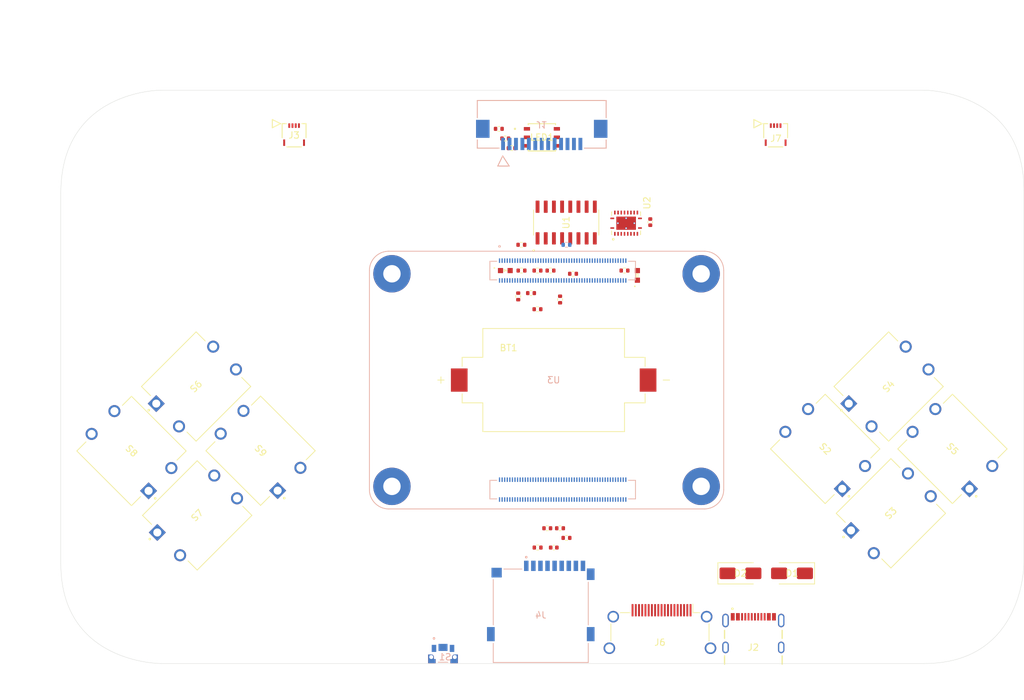
<source format=kicad_pcb>
(kicad_pcb (version 20241229) (generator "pcbnew") (generator_version "9.0")
  (layers (0 "F.Cu" signal) (2 "B.Cu" signal) (13 "F.Paste" user) (15 "B.Paste" user) (5 "F.SilkS" user "F.Silkscreen") (7 "B.SilkS" user "B.Silkscreen") (1 "F.Mask" user) (3 "B.Mask" user) (25 "Edge.Cuts" user))
  (net 0 "")
  (net 3 "USB_DN")
  (net 4 "VBUS")
  (net 5 "USB_CC1")
  (net 6 "USB_DP")
  (net 7 "USB_CC2")
  (net 8 "SD_CS")
  (net 9 "+3V3")
  (net 10 "SD_MOSI")
  (net 11 "SD_SCK")
  (net 12 "SD_MISO")
  (net 15 "SD_CD")
  (net 16 "ADC_CLK")
  (net 21 "DSI1_CN")
  (net 25 "GPAD_CS")
  (net 33 "ADC_3V3_CLK")
  (net 40 "DSI1_DN0")
  (net 43 "DSI1_DN1")
  (net 50 "SDA0")
  (net 57 "ADC_MISO")
  (net 66 "GPAD_MOSI")
  (net 68 "ADC_3V3_MOSI")
  (net 72 "GPAD_MISO")
  (net 75 "ADC_3V3_MISO")
  (net 80 "DSI1_DP1")
  (net 83 "ADC_MOSI")
  (net 86 "Net-(U3A-PWR_BUTTON)")
  (net 89 "Net-(LED1-Pad2)")
  (net 92 "LED_G")
  (net 96 "LED_R")
  (net 100 "Net-(LED1-Pad1)")
  (net 102 "LED_B")
  (net 108 "Net-(LED1-Pad3)")
  (net 113 "DSI1_CP")
  (net 114 "Net-(D4-PadA)")
  (net 115 "Net-(U3A-LED_~{ACTIVITY})")
  (net 117 "Net-(U3A-LED_~{PWR})")
  (net 118 "Net-(D3-PadA)")
  (net 119 "Net-(U3A-EEPROM_~{WP})")
  (net 124 "CPAD2_Y")
  (net 126 "CPAD2_X")
  (net 131 "GPAD_SCK")
  (net 134 "SCL0")
  (net 137 "CPAD1_Y")
  (net 138 "DSI1_DP0")
  (net 147 "CPAD1_X")
  (net 149 "ADC_CS")
  (net 150 "HDMI_D1P")
  (net 151 "HDMI_CKN")
  (net 152 "HDMI_D1N")
  (net 154 "HDMI_CEC")
  (net 155 "HDMI_D0N")
  (net 156 "HDMI_D2N")
  (net 157 "HDMI_D0P")
  (net 158 "HDMI_SCL")
  (net 159 "HDMI_HPD")
  (net 163 "HDMI_D2P")
  (net 165 "HDMI_SDA")
  (net 166 "HDMI_CKP")
  (net 167 "CM5_1.8V(OUTPUT)")
  (net 168 "BUTTON_A")
  (net 169 "BUTTON_X")
  (net 170 "+BATT")
  (net 171 "BUTTON_Y")
  (net 172 "BUTTON_B")
  (net 176 "GND")
  (net 177 "BUTTON_RGT")
  (net 178 "BUTTON_LFT")
  (net 179 "BUTTON_DWN")
  (net 180 "BUTTON_UP")
  (footprint "Resistor_SMD:R_0402_1005Metric" (layer "F.Cu") (at 151 90.99 -90)
    (property "Reference" "R11" (hide yes))
    (property "Value" "10kΩ" (hide yes))
    (pad "1" smd roundrect (at -0.51 0 270) (size 0.54 0.64) (layers "F.Cu" "F.Mask" "F.Paste") (net 171 "BUTTON_Y"))
    (pad "2" smd roundrect (at 0.51 0 270) (size 0.54 0.64) (layers "F.Cu" "F.Mask" "F.Paste") (net 9 "+3V3"))
  )
  (footprint "Resistor_SMD:R_0402_1005Metric" (layer "F.Cu") (at 144.99 82.5 180)
    (property "Reference" "R15" (hide yes))
    (property "Value" "10kΩ" (hide yes))
    (pad "1" smd roundrect (at -0.51 0 180) (size 0.54 0.64) (layers "F.Cu" "F.Mask" "F.Paste") (net 180 "BUTTON_UP"))
    (pad "2" smd roundrect (at 0.51 0 180) (size 0.54 0.64) (layers "F.Cu" "F.Mask" "F.Paste") (net 9 "+3V3"))
  )
  (footprint "Resistor_SMD:R_0402_1005Metric" (layer "F.Cu") (at 147.49 86.5)
    (property "Reference" "R13" (hide yes))
    (property "Value" "10kΩ" (hide yes))
    (pad "1" smd roundrect (at -0.51 0) (size 0.54 0.64) (layers "F.Cu" "F.Mask" "F.Paste") (net 168 "BUTTON_A"))
    (pad "2" smd roundrect (at 0.51 0) (size 0.54 0.64) (layers "F.Cu" "F.Mask" "F.Paste") (net 9 "+3V3"))
  )
  (footprint "Resistor_SMD:R_0402_1005Metric" (layer "F.Cu") (at 142.49 66)
    (property "Reference" "R6" (hide yes))
    (property "Value" "1kΩ" (hide yes))
    (pad "1" smd roundrect (at -0.51 0) (size 0.54 0.64) (layers "F.Cu" "F.Mask" "F.Paste") (net 92 "LED_G"))
    (pad "2" smd roundrect (at 0.51 0) (size 0.54 0.64) (layers "F.Cu" "F.Mask" "F.Paste") (net 89 "Net-(LED1-Pad2)"))
  )
  (footprint "B3F_4050:SW_B3F-4050" (layer "F.Cu") (at 84.469669 114.505203 135)
    (property "Reference" "S8" (at 0 0 135) (layer "F.SilkS"))
    (property "Value" "B3F-4050" (hide yes))
    (pad "" np_thru_hole circle (at 0 -4.500001 135) (size 1.85 1.85) (drill 1.85) (layers "*.Cu" "*.Mask"))
    (pad "" np_thru_hole circle (at 0 4.500001 135) (size 1.85 1.85) (drill 1.85) (layers "*.Cu" "*.Mask"))
    (pad "1" thru_hole rect (at -6.249999 -2.5 135) (size 1.875 1.875) (drill 1.25) (layers "*.Cu" "*.Mask") (net 178 "BUTTON_LFT"))
    (pad "2" thru_hole circle (at 6.249999 -2.5 135) (size 1.875 1.875) (drill 1.25) (layers "*.Cu" "*.Mask") (net 178 "BUTTON_LFT"))
    (pad "3" thru_hole circle (at -6.249999 2.5 135) (size 1.875 1.875) (drill 1.25) (layers "*.Cu" "*.Mask") (net 176 "GND"))
    (pad "4" thru_hole circle (at 6.249999 2.5 135) (size 1.875 1.875) (drill 1.25) (layers "*.Cu" "*.Mask") (net 176 "GND"))
  )
  (footprint "Resistor_SMD:R_0402_1005Metric" (layer "F.Cu") (at 151.99 128)
    (property "Reference" "R4" (hide yes))
    (property "Value" "10kΩ" (hide yes))
    (pad "1" smd roundrect (at -0.51 0) (size 0.54 0.64) (layers "F.Cu" "F.Mask" "F.Paste") (net 9 "+3V3"))
    (pad "2" smd roundrect (at 0.51 0) (size 0.54 0.64) (layers "F.Cu" "F.Mask" "F.Paste") (net 12 "SD_MISO"))
  )
  (footprint "Connector_Video:HDMI_A_Amphenol_10029449-x01xLF_Horizontal" (layer "F.Cu") (at 166.5 144.225)
    (property "Reference" "J6" (at 0 0 0) (layer "F.SilkS"))
    (property "Value" "HDMI_A" (hide yes))
    (pad "1" smd rect (at 4.75 -5) (size 0.3 1.9) (layers "F.Cu" "F.Mask" "F.Paste") (net 163 "HDMI_D2P"))
    (pad "2" smd rect (at 4.25 -5) (size 0.3 1.9) (layers "F.Cu" "F.Mask" "F.Paste"))
    (pad "3" smd rect (at 3.75 -5) (size 0.3 1.9) (layers "F.Cu" "F.Mask" "F.Paste") (net 156 "HDMI_D2N"))
    (pad "4" smd rect (at 3.25 -5) (size 0.3 1.9) (layers "F.Cu" "F.Mask" "F.Paste") (net 150 "HDMI_D1P"))
    (pad "5" smd rect (at 2.75 -5) (size 0.3 1.9) (layers "F.Cu" "F.Mask" "F.Paste"))
    (pad "6" smd rect (at 2.25 -5) (size 0.3 1.9) (layers "F.Cu" "F.Mask" "F.Paste") (net 152 "HDMI_D1N"))
    (pad "7" smd rect (at 1.75 -5) (size 0.3 1.9) (layers "F.Cu" "F.Mask" "F.Paste") (net 157 "HDMI_D0P"))
    (pad "8" smd rect (at 1.25 -5) (size 0.3 1.9) (layers "F.Cu" "F.Mask" "F.Paste"))
    (pad "9" smd rect (at 0.75 -5) (size 0.3 1.9) (layers "F.Cu" "F.Mask" "F.Paste") (net 155 "HDMI_D0N"))
    (pad "10" smd rect (at 0.25 -5) (size 0.3 1.9) (layers "F.Cu" "F.Mask" "F.Paste") (net 166 "HDMI_CKP"))
    (pad "11" smd rect (at -0.25 -5) (size 0.3 1.9) (layers "F.Cu" "F.Mask" "F.Paste"))
    (pad "12" smd rect (at -0.75 -5) (size 0.3 1.9) (layers "F.Cu" "F.Mask" "F.Paste") (net 151 "HDMI_CKN"))
    (pad "13" smd rect (at -1.25 -5) (size 0.3 1.9) (layers "F.Cu" "F.Mask" "F.Paste") (net 154 "HDMI_CEC"))
    (pad "14" smd rect (at -1.75 -5) (size 0.3 1.9) (layers "F.Cu" "F.Mask" "F.Paste"))
    (pad "15" smd rect (at -2.25 -5) (size 0.3 1.9) (layers "F.Cu" "F.Mask" "F.Paste") (net 158 "HDMI_SCL"))
    (pad "16" smd rect (at -2.75 -5) (size 0.3 1.9) (layers "F.Cu" "F.Mask" "F.Paste") (net 165 "HDMI_SDA"))
    (pad "17" smd rect (at -3.25 -5) (size 0.3 1.9) (layers "F.Cu" "F.Mask" "F.Paste") (net 176 "GND"))
    (pad "18" smd rect (at -3.75 -5) (size 0.3 1.9) (layers "F.Cu" "F.Mask" "F.Paste") (net 4 "VBUS"))
    (pad "19" smd rect (at -4.25 -5) (size 0.3 1.9) (layers "F.Cu" "F.Mask" "F.Paste") (net 159 "HDMI_HPD"))
    (pad "SH" thru_hole circle (at -7.85 0.9) (size 1.8 1.8) (drill 1.3) (layers "*.Cu" "*.Mask") (net 176 "GND"))
    (pad "SH" thru_hole circle (at -7.25 -4) (size 1.8 1.8) (drill 1.3) (layers "*.Cu" "*.Mask") (net 176 "GND"))
    (pad "SH" thru_hole circle (at 7.25 -4) (size 1.8 1.8) (drill 1.3) (layers "*.Cu" "*.Mask") (net 176 "GND"))
    (pad "SH" thru_hole circle (at 7.85 0.9) (size 1.8 1.8) (drill 1.3) (layers "*.Cu" "*.Mask") (net 176 "GND"))
  )
  (footprint "TXS0108ERGYR:IC_TXS0108ERGYR" (layer "F.Cu") (at 161.25 79.15 90)
    (property "Reference" "U2" (at 3.15 3.25 90) (layer "F.SilkS"))
    (property "Value" "TXS0108ERGYR" (hide yes))
    (pad "1" smd roundrect (at -0.75 -2.15 90) (size 0.24 0.6) (layers "F.Cu" "F.Mask" "F.Paste") (roundrect_rratio 0.2) (net 33 "ADC_3V3_CLK"))
    (pad "2" smd roundrect (at -1.65 -1.75 90) (size 0.6 0.24) (layers "F.Cu" "F.Mask" "F.Paste") (roundrect_rratio 0.2) (net 9 "+3V3"))
    (pad "3" smd roundrect (at -1.65 -1.25 90) (size 0.6 0.24) (layers "F.Cu" "F.Mask" "F.Paste") (roundrect_rratio 0.2) (net 68 "ADC_3V3_MOSI"))
    (pad "4" smd roundrect (at -1.65 -0.75 90) (size 0.6 0.24) (layers "F.Cu" "F.Mask" "F.Paste") (roundrect_rratio 0.2) (net 75 "ADC_3V3_MISO"))
    (pad "5" smd roundrect (at -1.65 -0.25 90) (size 0.6 0.24) (layers "F.Cu" "F.Mask" "F.Paste") (roundrect_rratio 0.2))
    (pad "6" smd roundrect (at -1.65 0.25 90) (size 0.6 0.24) (layers "F.Cu" "F.Mask" "F.Paste") (roundrect_rratio 0.2))
    (pad "7" smd roundrect (at -1.65 0.75 90) (size 0.6 0.24) (layers "F.Cu" "F.Mask" "F.Paste") (roundrect_rratio 0.2))
    (pad "8" smd roundrect (at -1.65 1.25 90) (size 0.6 0.24) (layers "F.Cu" "F.Mask" "F.Paste") (roundrect_rratio 0.2))
    (pad "9" smd roundrect (at -1.65 1.75 90) (size 0.6 0.24) (layers "F.Cu" "F.Mask" "F.Paste") (roundrect_rratio 0.2))
    (pad "10" smd roundrect (at -0.75 2.15 90) (size 0.24 0.6) (layers "F.Cu" "F.Mask" "F.Paste") (roundrect_rratio 0.2) (net 9 "+3V3"))
    (pad "11" smd roundrect (at 0.75 2.15 90) (size 0.24 0.6) (layers "F.Cu" "F.Mask" "F.Paste") (roundrect_rratio 0.2) (net 176 "GND"))
    (pad "12" smd roundrect (at 1.65 1.75 90) (size 0.6 0.24) (layers "F.Cu" "F.Mask" "F.Paste") (roundrect_rratio 0.2))
    (pad "13" smd roundrect (at 1.65 1.25 90) (size 0.6 0.24) (layers "F.Cu" "F.Mask" "F.Paste") (roundrect_rratio 0.2))
    (pad "14" smd roundrect (at 1.65 0.75 90) (size 0.6 0.24) (layers "F.Cu" "F.Mask" "F.Paste") (roundrect_rratio 0.2))
    (pad "15" smd roundrect (at 1.65 0.25 90) (size 0.6 0.24) (layers "F.Cu" "F.Mask" "F.Paste") (roundrect_rratio 0.2))
    (pad "16" smd roundrect (at 1.65 -0.25 90) (size 0.6 0.24) (layers "F.Cu" "F.Mask" "F.Paste") (roundrect_rratio 0.2))
    (pad "17" smd roundrect (at 1.65 -0.75 90) (size 0.6 0.24) (layers "F.Cu" "F.Mask" "F.Paste") (roundrect_rratio 0.2) (net 57 "ADC_MISO"))
    (pad "18" smd roundrect (at 1.65 -1.25 90) (size 0.6 0.24) (layers "F.Cu" "F.Mask" "F.Paste") (roundrect_rratio 0.2) (net 83 "ADC_MOSI"))
    (pad "19" smd roundrect (at 1.65 -1.75 90) (size 0.6 0.24) (layers "F.Cu" "F.Mask" "F.Paste") (roundrect_rratio 0.2) (net 4 "VBUS"))
    (pad "20" smd roundrect (at 0.75 -2.15 90) (size 0.24 0.6) (layers "F.Cu" "F.Mask" "F.Paste") (roundrect_rratio 0.2) (net 16 "ADC_CLK"))
    (pad "21" smd rect (at 0 0 90) (size 2.05 3.05) (layers "F.Cu" "F.Mask") (net 176 "GND"))
    (pad "22" thru_hole circle (at 0 -1.275 90) (size 0.3 0.3) (drill 0.2) (layers "*.Cu"))
    (pad "23" thru_hole circle (at -0.775 0 90) (size 0.3 0.3) (drill 0.2) (layers "*.Cu"))
    (pad "24" thru_hole circle (at 0.775 0 90) (size 0.3 0.3) (drill 0.2) (layers "*.Cu"))
    (pad "25" thru_hole circle (at 0 1.275 90) (size 0.3 0.3) (drill 0.2) (layers "*.Cu"))
  )
  (footprint "Capacitor_SMD:C_0402_1005Metric" (layer "F.Cu") (at 150.02 129.5)
    (property "Reference" "C1" (hide yes))
    (property "Value" "100nF" (hide yes))
    (pad "1" smd roundrect (at -0.48 0) (size 0.56 0.62) (layers "F.Cu" "F.Mask" "F.Paste") (net 9 "+3V3"))
    (pad "2" smd roundrect (at 0.48 0) (size 0.56 0.62) (layers "F.Cu" "F.Mask" "F.Paste") (net 176 "GND"))
  )
  (footprint "USB4105GFA120:GCT_USB4105GFA120" (layer "F.Cu") (at 181 145)
    (property "Reference" "J2" (at 0 0 0) (layer "F.SilkS"))
    (property "Value" "USB4105GFA120" (hide yes))
    (pad "" np_thru_hole circle (at -2.89 -3.68) (size 0.65 0.65) (drill 0.65) (layers "*.Cu" "*.Mask"))
    (pad "" np_thru_hole circle (at 2.89 -3.68) (size 0.65 0.65) (drill 0.65) (layers "*.Cu" "*.Mask"))
    (pad "A1_B12" smd rect (at -3.2 -4.755) (size 0.6 1.15) (layers "F.Cu" "F.Mask" "F.Paste") (net 176 "GND"))
    (pad "A4_B9" smd rect (at -2.4 -4.755) (size 0.6 1.15) (layers "F.Cu" "F.Mask" "F.Paste") (net 4 "VBUS"))
    (pad "A5" smd rect (at -1.25 -4.755) (size 0.3 1.15) (layers "F.Cu" "F.Mask" "F.Paste") (net 5 "USB_CC1"))
    (pad "A6" smd rect (at -0.25 -4.755) (size 0.3 1.15) (layers "F.Cu" "F.Mask" "F.Paste") (net 6 "USB_DP"))
    (pad "A7" smd rect (at 0.25 -4.755) (size 0.3 1.15) (layers "F.Cu" "F.Mask" "F.Paste") (net 3 "USB_DN"))
    (pad "A8" smd rect (at 1.25 -4.755) (size 0.3 1.15) (layers "F.Cu" "F.Mask" "F.Paste"))
    (pad "B1_A12" smd rect (at 3.2 -4.755) (size 0.6 1.15) (layers "F.Cu" "F.Mask" "F.Paste") (net 176 "GND"))
    (pad "B4_A9" smd rect (at 2.4 -4.755) (size 0.6 1.15) (layers "F.Cu" "F.Mask" "F.Paste") (net 4 "VBUS"))
    (pad "B5" smd rect (at 1.75 -4.755) (size 0.3 1.15) (layers "F.Cu" "F.Mask" "F.Paste") (net 7 "USB_CC2"))
    (pad "B6" smd rect (at 0.75 -4.755) (size 0.3 1.15) (layers "F.Cu" "F.Mask" "F.Paste") (net 6 "USB_DP"))
    (pad "B7" smd rect (at -0.75 -4.755) (size 0.3 1.15) (layers "F.Cu" "F.Mask" "F.Paste") (net 3 "USB_DN"))
    (pad "B8" smd rect (at -1.75 -4.755) (size 0.3 1.15) (layers "F.Cu" "F.Mask" "F.Paste"))
    (pad "SH1" thru_hole oval (at -4.32 -4.18) (size 1 2.1) (drill oval 0.6 1.7) (layers "*.Cu" "*.Mask") (net 176 "GND"))
    (pad "SH2" thru_hole oval (at 4.32 -4.18) (size 1 2.1) (drill oval 0.6 1.7) (layers "*.Cu" "*.Mask") (net 176 "GND"))
    (pad "SH3" thru_hole oval (at -4.32 0) (size 1 1.8) (drill oval 0.6 1.4) (layers "*.Cu" "*.Mask") (net 176 "GND"))
    (pad "SH4" thru_hole oval (at 4.32 0) (size 1 1.8) (drill oval 0.6 1.4) (layers "*.Cu" "*.Mask") (net 176 "GND"))
  )
  (footprint "B3F_4050:SW_B3F-4050" (layer "F.Cu") (at 94.5 104.5 45)
    (property "Reference" "S6" (at 0 0 45) (layer "F.SilkS"))
    (property "Value" "B3F-4050" (hide yes))
    (pad "" np_thru_hole circle (at 0 -4.500001 45) (size 1.85 1.85) (drill 1.85) (layers "*.Cu" "*.Mask"))
    (pad "" np_thru_hole circle (at 0 4.500001 45) (size 1.85 1.85) (drill 1.85) (layers "*.Cu" "*.Mask"))
    (pad "1" thru_hole rect (at -6.249999 -2.5 45) (size 1.875 1.875) (drill 1.25) (layers "*.Cu" "*.Mask") (net 180 "BUTTON_UP"))
    (pad "2" thru_hole circle (at 6.249999 -2.5 45) (size 1.875 1.875) (drill 1.25) (layers "*.Cu" "*.Mask") (net 180 "BUTTON_UP"))
    (pad "3" thru_hole circle (at -6.249999 2.5 45) (size 1.875 1.875) (drill 1.25) (layers "*.Cu" "*.Mask") (net 176 "GND"))
    (pad "4" thru_hole circle (at 6.249999 2.5 45) (size 1.875 1.875) (drill 1.25) (layers "*.Cu" "*.Mask") (net 176 "GND"))
  )
  (footprint "Resistor_SMD:R_0402_1005Metric" (layer "F.Cu") (at 145.01 86.5 180)
    (property "Reference" "R8" (hide yes))
    (property "Value" "1kΩ" (hide yes))
    (pad "1" smd roundrect (at -0.51 0 180) (size 0.54 0.64) (layers "F.Cu" "F.Mask" "F.Paste") (net 115 "Net-(U3A-LED_~{ACTIVITY})"))
    (pad "2" smd roundrect (at 0.51 0 180) (size 0.54 0.64) (layers "F.Cu" "F.Mask" "F.Paste") (net 114 "Net-(D4-PadA)"))
  )
  (footprint "Resistor_SMD:R_0402_1005Metric" (layer "F.Cu") (at 149.51 86.5 180)
    (property "Reference" "R14" (hide yes))
    (property "Value" "10kΩ" (hide yes))
    (pad "1" smd roundrect (at -0.51 0 180) (size 0.54 0.64) (layers "F.Cu" "F.Mask" "F.Paste") (net 172 "BUTTON_B"))
    (pad "2" smd roundrect (at 0.51 0 180) (size 0.54 0.64) (layers "F.Cu" "F.Mask" "F.Paste") (net 9 "+3V3"))
  )
  (footprint "Resistor_SMD:R_0402_1005Metric" (layer "F.Cu") (at 144.5 90.51 -90)
    (property "Reference" "R10" (hide yes))
    (property "Value" "0Ω" (hide yes))
    (pad "1" smd roundrect (at -0.51 0 270) (size 0.54 0.64) (layers "F.Cu" "F.Mask" "F.Paste") (net 119 "Net-(U3A-EEPROM_~{WP})"))
    (pad "2" smd roundrect (at 0.51 0 270) (size 0.54 0.64) (layers "F.Cu" "F.Mask" "F.Paste") (net 9 "+3V3"))
  )
  (footprint "Capacitor_SMD:C_0402_1005Metric" (layer "F.Cu") (at 165 78.98 90)
    (property "Reference" "C2" (hide yes))
    (property "Value" "10uF" (hide yes))
    (pad "1" smd roundrect (at -0.48 0 90) (size 0.56 0.62) (layers "F.Cu" "F.Mask" "F.Paste") (net 9 "+3V3"))
    (pad "2" smd roundrect (at 0.48 0 90) (size 0.56 0.62) (layers "F.Cu" "F.Mask" "F.Paste") (net 176 "GND"))
  )
  (footprint "Resistor_SMD:R_0402_1005Metric" (layer "F.Cu") (at 161 86.5)
    (property "Reference" "R9" (hide yes))
    (property "Value" "1kΩ" (hide yes))
    (pad "1" smd roundrect (at -0.51 0) (size 0.54 0.64) (layers "F.Cu" "F.Mask" "F.Paste") (net 117 "Net-(U3A-LED_~{PWR})"))
    (pad "2" smd roundrect (at 0.51 0) (size 0.54 0.64) (layers "F.Cu" "F.Mask" "F.Paste") (net 118 "Net-(D3-PadA)"))
  )
  (footprint "5034800440:CON_5034800440_MOL" (layer "F.Cu") (at 109.709997 65.5)
    (property "Reference" "J3" (at 0 0 0) (layer "F.SilkS"))
    (property "Value" "5034800440" (hide yes))
    (pad "1" smd rect (at -0.749997 -1.5) (size 0.3 0.7) (layers "F.Cu" "F.Mask" "F.Paste") (net 147 "CPAD1_X"))
    (pad "2" smd rect (at -0.249997 -1.5) (size 0.3 0.7) (layers "F.Cu" "F.Mask" "F.Paste") (net 4 "VBUS"))
    (pad "3" smd rect (at 0.250003 -1.5) (size 0.3 0.7) (layers "F.Cu" "F.Mask" "F.Paste") (net 137 "CPAD1_Y"))
    (pad "4" smd rect (at 0.750003 -1.5) (size 0.3 0.7) (layers "F.Cu" "F.Mask" "F.Paste") (net 176 "GND"))
    (pad "P1" smd rect (at -1.54 1.15) (size 0.3 1) (layers "F.Cu" "F.Mask" "F.Paste") (net 176 "GND"))
    (pad "P2" smd rect (at 1.54 1.15) (size 0.3 1) (layers "F.Cu" "F.Mask" "F.Paste") (net 176 "GND"))
  )
  (footprint "Resistor_SMD:R_0402_1005Metric" (layer "F.Cu") (at 147.51 129.5 180)
    (property "Reference" "R1" (hide yes))
    (property "Value" "10kΩ" (hide yes))
    (pad "1" smd roundrect (at -0.51 0 180) (size 0.54 0.64) (layers "F.Cu" "F.Mask" "F.Paste") (net 9 "+3V3"))
    (pad "2" smd roundrect (at 0.51 0 180) (size 0.54 0.64) (layers "F.Cu" "F.Mask" "F.Paste") (net 8 "SD_CS"))
  )
  (footprint "Resistor_SMD:R_0402_1005Metric" (layer "F.Cu") (at 149.01 126.5 180)
    (property "Reference" "R2" (hide yes))
    (property "Value" "10kΩ" (hide yes))
    (pad "1" smd roundrect (at -0.51 0 180) (size 0.54 0.64) (layers "F.Cu" "F.Mask" "F.Paste") (net 9 "+3V3"))
    (pad "2" smd roundrect (at 0.51 0 180) (size 0.54 0.64) (layers "F.Cu" "F.Mask" "F.Paste") (net 10 "SD_MOSI"))
  )
  (footprint "Diode_SMD:D_SMA" (layer "F.Cu") (at 187 133.5 180)
    (property "Reference" "D1" (at 0 0 0) (layer "F.SilkS"))
    (property "Value" "SMAJ8.0CA" (hide yes))
    (pad "1" smd roundrect (at -2 0 180) (size 2.5 1.8) (layers "F.Cu" "F.Mask" "F.Paste") (roundrect_rratio 0.1388888889) (net 176 "GND"))
    (pad "2" smd roundrect (at 2 0 180) (size 2.5 1.8) (layers "F.Cu" "F.Mask" "F.Paste") (roundrect_rratio 0.1388888889) (net 3 "USB_DN"))
  )
  (footprint "ASMG-PT00-00001:ASMG-PT00_BRA" (layer "F.Cu") (at 148.1759 65.8208)
    (property "Reference" "LED1" (at 0 0 0) (layer "F.SilkS"))
    (property "Value" "ASMG-PT00-00001" (hide yes))
    (pad "1" smd rect (at -2.3241 -1.3208) (size 0.9652 0.5588) (layers "F.Cu" "F.Mask" "F.Paste") (net 100 "Net-(LED1-Pad1)"))
    (pad "2" smd rect (at -2.3241 0) (size 0.9652 0.5588) (layers "F.Cu" "F.Mask" "F.Paste") (net 89 "Net-(LED1-Pad2)"))
    (pad "3" smd rect (at -2.3241 1.3208) (size 0.9652 0.5588) (layers "F.Cu" "F.Mask" "F.Paste") (net 108 "Net-(LED1-Pad3)"))
    (pad "4" smd rect (at 2.3241 1.3208) (size 0.9652 0.5588) (layers "F.Cu" "F.Mask" "F.Paste") (net 176 "GND"))
    (pad "5" smd rect (at 2.3241 0) (size 0.9652 0.5588) (layers "F.Cu" "F.Mask" "F.Paste") (net 176 "GND"))
    (pad "6" smd rect (at 2.3241 -1.3208) (size 0.9652 0.5588) (layers "F.Cu" "F.Mask" "F.Paste") (net 176 "GND"))
  )
  (footprint "Resistor_SMD:R_0402_1005Metric" (layer "F.Cu") (at 143.49 67.5)
    (property "Reference" "R7" (hide yes))
    (property "Value" "1kΩ" (hide yes))
    (pad "1" smd roundrect (at -0.51 0) (size 0.54 0.64) (layers "F.Cu" "F.Mask" "F.Paste") (net 102 "LED_B"))
    (pad "2" smd roundrect (at 0.51 0) (size 0.54 0.64) (layers "F.Cu" "F.Mask" "F.Paste") (net 108 "Net-(LED1-Pad3)"))
  )
  (footprint "5034800440:CON_5034800440_MOL" (layer "F.Cu") (at 184.46 65.5)
    (property "Reference" "J7" (at 0.04 0.5 0) (layer "F.SilkS"))
    (property "Value" "5034800440" (hide yes))
    (pad "1" smd rect (at -0.749997 -1.5) (size 0.3 0.7) (layers "F.Cu" "F.Mask" "F.Paste") (net 126 "CPAD2_X"))
    (pad "2" smd rect (at -0.249997 -1.5) (size 0.3 0.7) (layers "F.Cu" "F.Mask" "F.Paste") (net 4 "VBUS"))
    (pad "3" smd rect (at 0.250003 -1.5) (size 0.3 0.7) (layers "F.Cu" "F.Mask" "F.Paste") (net 124 "CPAD2_Y"))
    (pad "4" smd rect (at 0.750003 -1.5) (size 0.3 0.7) (layers "F.Cu" "F.Mask" "F.Paste") (net 176 "GND"))
    (pad "P1" smd rect (at -1.54 1.15) (size 0.3 1) (layers "F.Cu" "F.Mask" "F.Paste") (net 176 "GND"))
    (pad "P2" smd rect (at 1.54 1.15) (size 0.3 1) (layers "F.Cu" "F.Mask" "F.Paste") (net 176 "GND"))
  )
  (footprint "1060:BAT_1060" (layer "F.Cu") (at 150 103.5)
    (property "Reference" "BT1" (at -7 -5 0) (layer "F.SilkS"))
    (property "Value" "1060" (hide yes))
    (pad "N" smd rect (at 14.655 0) (size 2.59 3.61) (layers "F.Cu" "F.Mask" "F.Paste") (net 176 "GND"))
    (pad "P" smd rect (at -14.655 0) (size 2.59 3.61) (layers "F.Cu" "F.Mask" "F.Paste") (net 170 "+BATT"))
  )
  (footprint "B3F_4050:SW_B3F-4050" (layer "F.Cu") (at 202 104.5 45)
    (property "Reference" "S4" (at 0 0 45) (layer "F.SilkS"))
    (property "Value" "B3F-4050" (hide yes))
    (pad "" np_thru_hole circle (at 0 -4.500001 45) (size 1.85 1.85) (drill 1.85) (layers "*.Cu" "*.Mask"))
    (pad "" np_thru_hole circle (at 0 4.500001 45) (size 1.85 1.85) (drill 1.85) (layers "*.Cu" "*.Mask"))
    (pad "1" thru_hole rect (at -6.249999 -2.5 45) (size 1.875 1.875) (drill 1.25) (layers "*.Cu" "*.Mask") (net 171 "BUTTON_Y"))
    (pad "2" thru_hole circle (at 6.249999 -2.5 45) (size 1.875 1.875) (drill 1.25) (layers "*.Cu" "*.Mask") (net 171 "BUTTON_Y"))
    (pad "3" thru_hole circle (at -6.249999 2.5 45) (size 1.875 1.875) (drill 1.25) (layers "*.Cu" "*.Mask") (net 176 "GND"))
    (pad "4" thru_hole circle (at 6.249999 2.5 45) (size 1.875 1.875) (drill 1.25) (layers "*.Cu" "*.Mask") (net 176 "GND"))
  )
  (footprint "Resistor_SMD:R_0402_1005Metric" (layer "F.Cu") (at 141.49 64.5)
    (property "Reference" "R5" (hide yes))
    (property "Value" "1kΩ" (hide yes))
    (pad "1" smd roundrect (at -0.51 0) (size 0.54 0.64) (layers "F.Cu" "F.Mask" "F.Paste") (net 96 "LED_R"))
    (pad "2" smd roundrect (at 0.51 0) (size 0.54 0.64) (layers "F.Cu" "F.Mask" "F.Paste") (net 100 "Net-(LED1-Pad1)"))
  )
  (footprint "B3F_4050:SW_B3F-4050" (layer "F.Cu") (at 104.505203 114.469669 135)
    (property "Reference" "S9" (at 0 0 135) (layer "F.SilkS"))
    (property "Value" "B3F-4050" (hide yes))
    (pad "" np_thru_hole circle (at 0 -4.500001 135) (size 1.85 1.85) (drill 1.85) (layers "*.Cu" "*.Mask"))
    (pad "" np_thru_hole circle (at 0 4.500001 135) (size 1.85 1.85) (drill 1.85) (layers "*.Cu" "*.Mask"))
    (pad "1" thru_hole rect (at -6.249999 -2.5 135) (size 1.875 1.875) (drill 1.25) (layers "*.Cu" "*.Mask") (net 177 "BUTTON_RGT"))
    (pad "2" thru_hole circle (at 6.249999 -2.5 135) (size 1.875 1.875) (drill 1.25) (layers "*.Cu" "*.Mask") (net 177 "BUTTON_RGT"))
    (pad "3" thru_hole circle (at -6.249999 2.5 135) (size 1.875 1.875) (drill 1.25) (layers "*.Cu" "*.Mask") (net 176 "GND"))
    (pad "4" thru_hole circle (at 6.249999 2.5 135) (size 1.875 1.875) (drill 1.25) (layers "*.Cu" "*.Mask") (net 176 "GND"))
  )
  (footprint "Resistor_SMD:R_0402_1005Metric" (layer "F.Cu") (at 150.99 126.5)
    (property "Reference" "R3" (hide yes))
    (property "Value" "10kΩ" (hide yes))
    (pad "1" smd roundrect (at -0.51 0) (size 0.54 0.64) (layers "F.Cu" "F.Mask" "F.Paste") (net 9 "+3V3"))
    (pad "2" smd roundrect (at 0.51 0) (size 0.54 0.64) (layers "F.Cu" "F.Mask" "F.Paste") (net 11 "SD_SCK"))
  )
  (footprint "Resistor_SMD:R_0402_1005Metric" (layer "F.Cu") (at 153.01 87)
    (property "Reference" "R17" (hide yes))
    (property "Value" "10kΩ" (hide yes))
    (pad "1" smd roundrect (at -0.51 0) (size 0.54 0.64) (layers "F.Cu" "F.Mask" "F.Paste") (net 178 "BUTTON_LFT"))
    (pad "2" smd roundrect (at 0.51 0) (size 0.54 0.64) (layers "F.Cu" "F.Mask" "F.Paste") (net 9 "+3V3"))
  )
  (footprint "LTST-C190KFKT:LEDM1608X80" (layer "F.Cu") (at 142.5 86.5)
    (property "Reference" "D4" (at 0 0 0) (layer "F.SilkS") (effects (font (size 0.320602 0.320602))))
    (property "Value" "LTST-C190KFKT" (hide yes))
    (pad "A" smd rect (at 0.75 0) (size 0.8 0.8) (layers "F.Cu" "F.Mask" "F.Paste") (net 114 "Net-(D4-PadA)"))
    (pad "C" smd rect (at -0.75 0) (size 0.8 0.8) (layers "F.Cu" "F.Mask" "F.Paste") (net 176 "GND"))
  )
  (footprint "MCP3008-I_SL:SOIC127P600X175-16N" (layer "F.Cu") (at 151.945 79.045 90)
    (property "Reference" "U1" (at 0 0 90) (layer "F.SilkS"))
    (property "Value" "MCP3008-I_SL" (hide yes))
    (pad "1" smd roundrect (at -2.455 -4.445 90) (size 1.9 0.6) (layers "F.Cu" "F.Mask" "F.Paste") (roundrect_rratio 0.125) (net 147 "CPAD1_X"))
    (pad "2" smd roundrect (at -2.455 -3.175 90) (size 1.9 0.6) (layers "F.Cu" "F.Mask" "F.Paste") (roundrect_rratio 0.125) (net 137 "CPAD1_Y"))
    (pad "3" smd roundrect (at -2.455 -1.905 90) (size 1.9 0.6) (layers "F.Cu" "F.Mask" "F.Paste") (roundrect_rratio 0.125) (net 126 "CPAD2_X"))
    (pad "4" smd roundrect (at -2.455 -0.635 90) (size 1.9 0.6) (layers "F.Cu" "F.Mask" "F.Paste") (roundrect_rratio 0.125) (net 124 "CPAD2_Y"))
    (pad "5" smd roundrect (at -2.455 0.635 90) (size 1.9 0.6) (layers "F.Cu" "F.Mask" "F.Paste") (roundrect_rratio 0.125))
    (pad "6" smd roundrect (at -2.455 1.905 90) (size 1.9 0.6) (layers "F.Cu" "F.Mask" "F.Paste") (roundrect_rratio 0.125))
    (pad "7" smd roundrect (at -2.455 3.175 90) (size 1.9 0.6) (layers "F.Cu" "F.Mask" "F.Paste") (roundrect_rratio 0.125))
    (pad "8" smd roundrect (at -2.455 4.445 90) (size 1.9 0.6) (layers "F.Cu" "F.Mask" "F.Paste") (roundrect_rratio 0.125))
    (pad "9" smd roundrect (at 2.455 4.445 90) (size 1.9 0.6) (layers "F.Cu" "F.Mask" "F.Paste") (roundrect_rratio 0.125) (net 176 "GND"))
    (pad "10" smd roundrect (at 2.455 3.175 90) (size 1.9 0.6) (layers "F.Cu" "F.Mask" "F.Paste") (roundrect_rratio 0.125) (net 149 "ADC_CS"))
    (pad "11" smd roundrect (at 2.455 1.905 90) (size 1.9 0.6) (layers "F.Cu" "F.Mask" "F.Paste") (roundrect_rratio 0.125) (net 83 "ADC_MOSI"))
    (pad "12" smd roundrect (at 2.455 0.635 90) (size 1.9 0.6) (layers "F.Cu" "F.Mask" "F.Paste") (roundrect_rratio 0.125) (net 57 "ADC_MISO"))
    (pad "13" smd roundrect (at 2.455 -0.635 90) (size 1.9 0.6) (layers "F.Cu" "F.Mask" "F.Paste") (roundrect_rratio 0.125) (net 16 "ADC_CLK"))
    (pad "14" smd roundrect (at 2.455 -1.905 90) (size 1.9 0.6) (layers "F.Cu" "F.Mask" "F.Paste") (roundrect_rratio 0.125) (net 176 "GND"))
    (pad "15" smd roundrect (at 2.455 -3.175 90) (size 1.9 0.6) (layers "F.Cu" "F.Mask" "F.Paste") (roundrect_rratio 0.125) (net 4 "VBUS"))
    (pad "16" smd roundrect (at 2.455 -4.445 90) (size 1.9 0.6) (layers "F.Cu" "F.Mask" "F.Paste") (roundrect_rratio 0.125) (net 4 "VBUS"))
  )
  (footprint "B3F_4050:SW_B3F-4050" (layer "F.Cu") (at 202.34835 124.181981 45)
    (property "Reference" "S3" (at 0 0 45) (layer "F.SilkS"))
    (property "Value" "B3F-4050" (hide yes))
    (pad "" np_thru_hole circle (at 0 -4.500001 45) (size 1.85 1.85) (drill 1.85) (layers "*.Cu" "*.Mask"))
    (pad "" np_thru_hole circle (at 0 4.500001 45) (size 1.85 1.85) (drill 1.85) (layers "*.Cu" "*.Mask"))
    (pad "1" thru_hole rect (at -6.249999 -2.5 45) (size 1.875 1.875) (drill 1.25) (layers "*.Cu" "*.Mask") (net 168 "BUTTON_A"))
    (pad "2" thru_hole circle (at 6.249999 -2.5 45) (size 1.875 1.875) (drill 1.25) (layers "*.Cu" "*.Mask") (net 168 "BUTTON_A"))
    (pad "3" thru_hole circle (at -6.249999 2.5 45) (size 1.875 1.875) (drill 1.25) (layers "*.Cu" "*.Mask") (net 176 "GND"))
    (pad "4" thru_hole circle (at 6.249999 2.5 45) (size 1.875 1.875) (drill 1.25) (layers "*.Cu" "*.Mask") (net 176 "GND"))
  )
  (footprint "Resistor_SMD:R_0402_1005Metric" (layer "F.Cu") (at 146.49 90)
    (property "Reference" "R12" (hide yes))
    (property "Value" "10kΩ" (hide yes))
    (pad "1" smd roundrect (at -0.51 0) (size 0.54 0.64) (layers "F.Cu" "F.Mask" "F.Paste") (net 169 "BUTTON_X"))
    (pad "2" smd roundrect (at 0.51 0) (size 0.54 0.64) (layers "F.Cu" "F.Mask" "F.Paste") (net 9 "+3V3"))
  )
  (footprint "LTST-C190KFKT:LEDM1608X80" (layer "F.Cu") (at 163 87.25 90)
    (property "Reference" "D3" (at 0 0 90) (layer "F.SilkS") (effects (font (size 0.320602 0.320602))))
    (property "Value" "LTST-C190KFKT" (hide yes))
    (pad "A" smd rect (at 0.75 0 90) (size 0.8 0.8) (layers "F.Cu" "F.Mask" "F.Paste") (net 118 "Net-(D3-PadA)"))
    (pad "C" smd rect (at -0.75 0 90) (size 0.8 0.8) (layers "F.Cu" "F.Mask" "F.Paste") (net 176 "GND"))
  )
  (footprint "Resistor_SMD:R_0402_1005Metric" (layer "F.Cu") (at 147.49 92.5)
    (property "Reference" "R16" (hide yes))
    (property "Value" "10kΩ" (hide yes))
    (pad "1" smd roundrect (at -0.51 0) (size 0.54 0.64) (layers "F.Cu" "F.Mask" "F.Paste") (net 179 "BUTTON_DWN"))
    (pad "2" smd roundrect (at 0.51 0) (size 0.54 0.64) (layers "F.Cu" "F.Mask" "F.Paste") (net 9 "+3V3"))
  )
  (footprint "B3F_4050:SW_B3F-4050" (layer "F.Cu") (at 192.15165 114.187184 135)
    (property "Reference" "S2" (at 0 0 135) (layer "F.SilkS"))
    (property "Value" "B3F-4050" (hide yes))
    (pad "" np_thru_hole circle (at 0 -4.500001 135) (size 1.85 1.85) (drill 1.85) (layers "*.Cu" "*.Mask"))
    (pad "" np_thru_hole circle (at 0 4.500001 135) (size 1.85 1.85) (drill 1.85) (layers "*.Cu" "*.Mask"))
    (pad "1" thru_hole rect (at -6.249999 -2.5 135) (size 1.875 1.875) (drill 1.25) (layers "*.Cu" "*.Mask") (net 169 "BUTTON_X"))
    (pad "2" thru_hole circle (at 6.249999 -2.5 135) (size 1.875 1.875) (drill 1.25) (layers "*.Cu" "*.Mask") (net 169 "BUTTON_X"))
    (pad "3" thru_hole circle (at -6.249999 2.5 135) (size 1.875 1.875) (drill 1.25) (layers "*.Cu" "*.Mask") (net 176 "GND"))
    (pad "4" thru_hole circle (at 6.249999 2.5 135) (size 1.875 1.875) (drill 1.25) (layers "*.Cu" "*.Mask") (net 176 "GND"))
  )
  (footprint "B3F_4050:SW_B3F-4050" (layer "F.Cu") (at 211.90165 114.187184 135)
    (property "Reference" "S5" (at 0 0 135) (layer "F.SilkS"))
    (property "Value" "B3F-4050" (hide yes))
    (pad "" np_thru_hole circle (at 0 -4.500001 135) (size 1.85 1.85) (drill 1.85) (layers "*.Cu" "*.Mask"))
    (pad "" np_thru_hole circle (at 0 4.500001 135) (size 1.85 1.85) (drill 1.85) (layers "*.Cu" "*.Mask"))
    (pad "1" thru_hole rect (at -6.249999 -2.5 135) (size 1.875 1.875) (drill 1.25) (layers "*.Cu" "*.Mask") (net 172 "BUTTON_B"))
    (pad "2" thru_hole circle (at 6.249999 -2.5 135) (size 1.875 1.875) (drill 1.25) (layers "*.Cu" "*.Mask") (net 172 "BUTTON_B"))
    (pad "3" thru_hole circle (at -6.249999 2.5 135) (size 1.875 1.875) (drill 1.25) (layers "*.Cu" "*.Mask") (net 176 "GND"))
    (pad "4" thru_hole circle (at 6.249999 2.5 135) (size 1.875 1.875) (drill 1.25) (layers "*.Cu" "*.Mask") (net 176 "GND"))
  )
  (footprint "Diode_SMD:D_SMA" (layer "F.Cu") (at 179 133.5)
    (property "Reference" "D2" (at 0 0 0) (layer "F.SilkS"))
    (property "Value" "SMAJ8.0CA" (hide yes))
    (pad "1" smd roundrect (at -2 0) (size 2.5 1.8) (layers "F.Cu" "F.Mask" "F.Paste") (roundrect_rratio 0.1388888889) (net 176 "GND"))
    (pad "2" smd roundrect (at 2 0) (size 2.5 1.8) (layers "F.Cu" "F.Mask" "F.Paste") (roundrect_rratio 0.1388888889) (net 6 "USB_DP"))
  )
  (footprint "B3F_4050:SW_B3F-4050" (layer "F.Cu") (at 94.666369 124.505203 45)
    (property "Reference" "S7" (at 0 0 45) (layer "F.SilkS"))
    (property "Value" "B3F-4050" (hide yes))
    (pad "" np_thru_hole circle (at 0 -4.500001 45) (size 1.85 1.85) (drill 1.85) (layers "*.Cu" "*.Mask"))
    (pad "" np_thru_hole circle (at 0 4.500001 45) (size 1.85 1.85) (drill 1.85) (layers "*.Cu" "*.Mask"))
    (pad "1" thru_hole rect (at -6.249999 -2.5 45) (size 1.875 1.875) (drill 1.25) (layers "*.Cu" "*.Mask") (net 179 "BUTTON_DWN"))
    (pad "2" thru_hole circle (at 6.249999 -2.5 45) (size 1.875 1.875) (drill 1.25) (layers "*.Cu" "*.Mask") (net 179 "BUTTON_DWN"))
    (pad "3" thru_hole circle (at -6.249999 2.5 45) (size 1.875 1.875) (drill 1.25) (layers "*.Cu" "*.Mask") (net 176 "GND"))
    (pad "4" thru_hole circle (at 6.249999 2.5 45) (size 1.875 1.875) (drill 1.25) (layers "*.Cu" "*.Mask") (net 176 "GND"))
  )
  (footprint "CM5108032:MODULE_CM5108032" (layer "B.Cu") (at 148.9 103.5 180)
    (property "Reference" "U3" (at -1.1 0 0) (layer "B.SilkS") (effects (justify mirror)))
    (property "Value" "CM5108032" (hide yes))
    (pad "1" smd rect (at 7.3 18.54 180) (size 0.2 0.7) (layers "B.Cu" "B.Mask" "B.Paste") (net 176 "GND"))
    (pad "2" smd rect (at 7.3 15.46 180) (size 0.2 0.7) (layers "B.Cu" "B.Mask" "B.Paste") (net 176 "GND"))
    (pad "3" smd rect (at 6.9 18.54 180) (size 0.2 0.7) (layers "B.Cu" "B.Mask" "B.Paste"))
    (pad "4" smd rect (at 6.9 15.46 180) (size 0.2 0.7) (layers "B.Cu" "B.Mask" "B.Paste"))
    (pad "5" smd rect (at 6.5 18.54 180) (size 0.2 0.7) (layers "B.Cu" "B.Mask" "B.Paste"))
    (pad "6" smd rect (at 6.5 15.46 180) (size 0.2 0.7) (layers "B.Cu" "B.Mask" "B.Paste"))
    (pad "7" smd rect (at 6.1 18.54 180) (size 0.2 0.7) (layers "B.Cu" "B.Mask" "B.Paste") (net 176 "GND"))
    (pad "8" smd rect (at 6.1 15.46 180) (size 0.2 0.7) (layers "B.Cu" "B.Mask" "B.Paste") (net 176 "GND"))
    (pad "9" smd rect (at 5.7 18.54 180) (size 0.2 0.7) (layers "B.Cu" "B.Mask" "B.Paste"))
    (pad "10" smd rect (at 5.7 15.46 180) (size 0.2 0.7) (layers "B.Cu" "B.Mask" "B.Paste"))
    (pad "11" smd rect (at 5.3 18.54 180) (size 0.2 0.7) (layers "B.Cu" "B.Mask" "B.Paste"))
    (pad "12" smd rect (at 5.3 15.46 180) (size 0.2 0.7) (layers "B.Cu" "B.Mask" "B.Paste"))
    (pad "13" smd rect (at 4.9 18.54 180) (size 0.2 0.7) (layers "B.Cu" "B.Mask" "B.Paste") (net 176 "GND"))
    (pad "14" smd rect (at 4.9 15.46 180) (size 0.2 0.7) (layers "B.Cu" "B.Mask" "B.Paste") (net 176 "GND"))
    (pad "15" smd rect (at 4.5 18.54 180) (size 0.2 0.7) (layers "B.Cu" "B.Mask" "B.Paste"))
    (pad "16" smd rect (at 4.5 15.46 180) (size 0.2 0.7) (layers "B.Cu" "B.Mask" "B.Paste"))
    (pad "17" smd rect (at 4.1 18.54 180) (size 0.2 0.7) (layers "B.Cu" "B.Mask" "B.Paste"))
    (pad "18" smd rect (at 4.1 15.46 180) (size 0.2 0.7) (layers "B.Cu" "B.Mask" "B.Paste"))
    (pad "19" smd rect (at 3.7 18.54 180) (size 0.2 0.7) (layers "B.Cu" "B.Mask" "B.Paste"))
    (pad "20" smd rect (at 3.7 15.46 180) (size 0.2 0.7) (layers "B.Cu" "B.Mask" "B.Paste") (net 119 "Net-(U3A-EEPROM_~{WP})"))
    (pad "21" smd rect (at 3.3 18.54 180) (size 0.2 0.7) (layers "B.Cu" "B.Mask" "B.Paste") (net 115 "Net-(U3A-LED_~{ACTIVITY})"))
    (pad "22" smd rect (at 3.3 15.46 180) (size 0.2 0.7) (layers "B.Cu" "B.Mask" "B.Paste") (net 176 "GND"))
    (pad "23" smd rect (at 2.9 18.54 180) (size 0.2 0.7) (layers "B.Cu" "B.Mask" "B.Paste") (net 176 "GND"))
    (pad "24" smd rect (at 2.9 15.46 180) (size 0.2 0.7) (layers "B.Cu" "B.Mask" "B.Paste") (net 169 "BUTTON_X"))
    (pad "25" smd rect (at 2.5 18.54 180) (size 0.2 0.7) (layers "B.Cu" "B.Mask" "B.Paste") (net 11 "SD_SCK"))
    (pad "26" smd rect (at 2.5 15.46 180) (size 0.2 0.7) (layers "B.Cu" "B.Mask" "B.Paste") (net 12 "SD_MISO"))
    (pad "27" smd rect (at 2.1 18.54 180) (size 0.2 0.7) (layers "B.Cu" "B.Mask" "B.Paste") (net 10 "SD_MOSI"))
    (pad "28" smd rect (at 2.1 15.46 180) (size 0.2 0.7) (layers "B.Cu" "B.Mask" "B.Paste") (net 179 "BUTTON_DWN"))
    (pad "29" smd rect (at 1.7 18.54 180) (size 0.2 0.7) (layers "B.Cu" "B.Mask" "B.Paste") (net 168 "BUTTON_A"))
    (pad "30" smd rect (at 1.7 15.46 180) (size 0.2 0.7) (layers "B.Cu" "B.Mask" "B.Paste") (net 92 "LED_G"))
    (pad "31" smd rect (at 1.3 18.54 180) (size 0.2 0.7) (layers "B.Cu" "B.Mask" "B.Paste") (net 180 "BUTTON_UP"))
    (pad "32" smd rect (at 1.3 15.46 180) (size 0.2 0.7) (layers "B.Cu" "B.Mask" "B.Paste") (net 176 "GND"))
    (pad "33" smd rect (at 0.9 18.54 180) (size 0.2 0.7) (layers "B.Cu" "B.Mask" "B.Paste") (net 176 "GND"))
    (pad "34" smd rect (at 0.9 15.46 180) (size 0.2 0.7) (layers "B.Cu" "B.Mask" "B.Paste") (net 96 "LED_R"))
    (pad "35" smd rect (at 0.5 18.54 180) (size 0.2 0.7) (layers "B.Cu" "B.Mask" "B.Paste"))
    (pad "36" smd rect (at 0.5 15.46 180) (size 0.2 0.7) (layers "B.Cu" "B.Mask" "B.Paste"))
    (pad "37" smd rect (at 0.1 18.54 180) (size 0.2 0.7) (layers "B.Cu" "B.Mask" "B.Paste") (net 102 "LED_B"))
    (pad "38" smd rect (at 0.1 15.46 180) (size 0.2 0.7) (layers "B.Cu" "B.Mask" "B.Paste") (net 131 "GPAD_SCK"))
    (pad "39" smd rect (at -0.3 18.54 180) (size 0.2 0.7) (layers "B.Cu" "B.Mask" "B.Paste") (net 25 "GPAD_CS"))
    (pad "40" smd rect (at -0.3 15.46 180) (size 0.2 0.7) (layers "B.Cu" "B.Mask" "B.Paste") (net 72 "GPAD_MISO"))
    (pad "41" smd rect (at -0.7 18.54 180) (size 0.2 0.7) (layers "B.Cu" "B.Mask" "B.Paste") (net 172 "BUTTON_B"))
    (pad "42" smd rect (at -0.7 15.46 180) (size 0.2 0.7) (layers "B.Cu" "B.Mask" "B.Paste") (net 176 "GND"))
    (pad "43" smd rect (at -1.1 18.54 180) (size 0.2 0.7) (layers "B.Cu" "B.Mask" "B.Paste") (net 176 "GND"))
    (pad "44" smd rect (at -1.1 15.46 180) (size 0.2 0.7) (layers "B.Cu" "B.Mask" "B.Paste") (net 66 "GPAD_MOSI"))
    (pad "45" smd rect (at -1.5 18.54 180) (size 0.2 0.7) (layers "B.Cu" "B.Mask" "B.Paste") (net 75 "ADC_3V3_MISO"))
    (pad "46" smd rect (at -1.5 15.46 180) (size 0.2 0.7) (layers "B.Cu" "B.Mask" "B.Paste") (net 33 "ADC_3V3_CLK"))
    (pad "47" smd rect (at -1.9 18.54 180) (size 0.2 0.7) (layers "B.Cu" "B.Mask" "B.Paste") (net 68 "ADC_3V3_MOSI"))
    (pad "48" smd rect (at -1.9 15.46 180) (size 0.2 0.7) (layers "B.Cu" "B.Mask" "B.Paste") (net 171 "BUTTON_Y"))
    (pad "49" smd rect (at -2.3 18.54 180) (size 0.2 0.7) (layers "B.Cu" "B.Mask" "B.Paste") (net 8 "SD_CS"))
    (pad "50" smd rect (at -2.3 15.46 180) (size 0.2 0.7) (layers "B.Cu" "B.Mask" "B.Paste") (net 15 "SD_CD"))
    (pad "51" smd rect (at -2.7 18.54 180) (size 0.2 0.7) (layers "B.Cu" "B.Mask" "B.Paste") (net 177 "BUTTON_RGT"))
    (pad "52" smd rect (at -2.7 15.46 180) (size 0.2 0.7) (layers "B.Cu" "B.Mask" "B.Paste") (net 176 "GND"))
    (pad "53" smd rect (at -3.1 18.54 180) (size 0.2 0.7) (layers "B.Cu" "B.Mask" "B.Paste") (net 176 "GND"))
    (pad "54" smd rect (at -3.1 15.46 180) (size 0.2 0.7) (layers "B.Cu" "B.Mask" "B.Paste"))
    (pad "55" smd rect (at -3.5 18.54 180) (size 0.2 0.7) (layers "B.Cu" "B.Mask" "B.Paste") (net 178 "BUTTON_LFT"))
    (pad "56" smd rect (at -3.5 15.46 180) (size 0.2 0.7) (layers "B.Cu" "B.Mask" "B.Paste"))
    (pad "57" smd rect (at -3.9 18.54 180) (size 0.2 0.7) (layers "B.Cu" "B.Mask" "B.Paste"))
    (pad "58" smd rect (at -3.9 15.46 180) (size 0.2 0.7) (layers "B.Cu" "B.Mask" "B.Paste"))
    (pad "59" smd rect (at -4.3 18.54 180) (size 0.2 0.7) (layers "B.Cu" "B.Mask" "B.Paste") (net 176 "GND"))
    (pad "60" smd rect (at -4.3 15.46 180) (size 0.2 0.7) (layers "B.Cu" "B.Mask" "B.Paste") (net 176 "GND"))
    (pad "61" smd rect (at -4.7 18.54 180) (size 0.2 0.7) (layers "B.Cu" "B.Mask" "B.Paste"))
    (pad "62" smd rect (at -4.7 15.46 180) (size 0.2 0.7) (layers "B.Cu" "B.Mask" "B.Paste"))
    (pad "63" smd rect (at -5.1 18.54 180) (size 0.2 0.7) (layers "B.Cu" "B.Mask" "B.Paste"))
    (pad "64" smd rect (at -5.1 15.46 180) (size 0.2 0.7) (layers "B.Cu" "B.Mask" "B.Paste"))
    (pad "65" smd rect (at -5.5 18.54 180) (size 0.2 0.7) (layers "B.Cu" "B.Mask" "B.Paste") (net 176 "GND"))
    (pad "66" smd rect (at -5.5 15.46 180) (size 0.2 0.7) (layers "B.Cu" "B.Mask" "B.Paste") (net 176 "GND"))
    (pad "67" smd rect (at -5.9 18.54 180) (size 0.2 0.7) (layers "B.Cu" "B.Mask" "B.Paste"))
    (pad "68" smd rect (at -5.9 15.46 180) (size 0.2 0.7) (layers "B.Cu" "B.Mask" "B.Paste"))
    (pad "69" smd rect (at -6.3 18.54 180) (size 0.2 0.7) (layers "B.Cu" "B.Mask" "B.Paste"))
    (pad "70" smd rect (at -6.3 15.46 180) (size 0.2 0.7) (layers "B.Cu" "B.Mask" "B.Paste"))
    (pad "71" smd rect (at -6.7 18.54 180) (size 0.2 0.7) (layers "B.Cu" "B.Mask" "B.Paste") (net 176 "GND"))
    (pad "72" smd rect (at -6.7 15.46 180) (size 0.2 0.7) (layers "B.Cu" "B.Mask" "B.Paste"))
    (pad "73" smd rect (at -7.1 18.54 180) (size 0.2 0.7) (layers "B.Cu" "B.Mask" "B.Paste"))
    (pad "74" smd rect (at -7.1 15.46 180) (size 0.2 0.7) (layers "B.Cu" "B.Mask" "B.Paste") (net 176 "GND"))
    (pad "75" smd rect (at -7.5 18.54 180) (size 0.2 0.7) (layers "B.Cu" "B.Mask" "B.Paste"))
    (pad "76" smd rect (at -7.5 15.46 180) (size 0.2 0.7) (layers "B.Cu" "B.Mask" "B.Paste") (net 170 "+BATT"))
    (pad "77" smd rect (at -7.9 18.54 180) (size 0.2 0.7) (layers "B.Cu" "B.Mask" "B.Paste") (net 4 "VBUS"))
    (pad "78" smd rect (at -7.9 15.46 180) (size 0.2 0.7) (layers "B.Cu" "B.Mask" "B.Paste") (net 9 "+3V3"))
    (pad "79" smd rect (at -8.3 18.54 180) (size 0.2 0.7) (layers "B.Cu" "B.Mask" "B.Paste") (net 4 "VBUS"))
    (pad "80" smd rect (at -8.3 15.46 180) (size 0.2 0.7) (layers "B.Cu" "B.Mask" "B.Paste") (net 134 "SCL0"))
    (pad "81" smd rect (at -8.7 18.54 180) (size 0.2 0.7) (layers "B.Cu" "B.Mask" "B.Paste") (net 4 "VBUS"))
    (pad "82" smd rect (at -8.7 15.46 180) (size 0.2 0.7) (layers "B.Cu" "B.Mask" "B.Paste") (net 50 "SDA0"))
    (pad "83" smd rect (at -9.1 18.54 180) (size 0.2 0.7) (layers "B.Cu" "B.Mask" "B.Paste") (net 4 "VBUS"))
    (pad "84" smd rect (at -9.1 15.46 180) (size 0.2 0.7) (layers "B.Cu" "B.Mask" "B.Paste") (net 9 "+3V3"))
    (pad "85" smd rect (at -9.5 18.54 180) (size 0.2 0.7) (layers "B.Cu" "B.Mask" "B.Paste") (net 4 "VBUS"))
    (pad "86" smd rect (at -9.5 15.46 180) (size 0.2 0.7) (layers "B.Cu" "B.Mask" "B.Paste") (net 9 "+3V3"))
    (pad "87" smd rect (at -9.9 18.54 180) (size 0.2 0.7) (layers "B.Cu" "B.Mask" "B.Paste") (net 4 "VBUS"))
    (pad "88" smd rect (at -9.9 15.46 180) (size 0.2 0.7) (layers "B.Cu" "B.Mask" "B.Paste") (net 167 "CM5_1.8V(OUTPUT)"))
    (pad "89" smd rect (at -10.3 18.54 180) (size 0.2 0.7) (layers "B.Cu" "B.Mask" "B.Paste") (net 9 "+3V3"))
    (pad "90" smd rect (at -10.3 15.46 180) (size 0.2 0.7) (layers "B.Cu" "B.Mask" "B.Paste") (net 167 "CM5_1.8V(OUTPUT)"))
    (pad "91" smd rect (at -10.7 18.54 180) (size 0.2 0.7) (layers "B.Cu" "B.Mask" "B.Paste") (net 9 "+3V3"))
    (pad "92" smd rect (at -10.7 15.46 180) (size 0.2 0.7) (layers "B.Cu" "B.Mask" "B.Paste") (net 86 "Net-(U3A-PWR_BUTTON)"))
    (pad "93" smd rect (at -11.1 18.54 180) (size 0.2 0.7) (layers "B.Cu" "B.Mask" "B.Paste"))
    (pad "94" smd rect (at -11.1 15.46 180) (size 0.2 0.7) (layers "B.Cu" "B.Mask" "B.Paste") (net 5 "USB_CC1"))
    (pad "95" smd rect (at -11.5 18.54 180) (size 0.2 0.7) (layers "B.Cu" "B.Mask" "B.Paste") (net 117 "Net-(U3A-LED_~{PWR})"))
    (pad "96" smd rect (at -11.5 15.46 180) (size 0.2 0.7) (layers "B.Cu" "B.Mask" "B.Paste") (net 7 "USB_CC2"))
    (pad "97" smd rect (at -11.9 18.54 180) (size 0.2 0.7) (layers "B.Cu" "B.Mask" "B.Paste"))
    (pad "98" smd rect (at -11.9 15.46 180) (size 0.2 0.7) (layers "B.Cu" "B.Mask" "B.Paste") (net 176 "GND"))
    (pad "99" smd rect (at -12.3 18.54 180) (size 0.2 0.7) (layers "B.Cu" "B.Mask" "B.Paste") (net 9 "+3V3"))
    (pad "100" smd rect (at -12.3 15.46 180) (size 0.2 0.7) (layers "B.Cu" "B.Mask" "B.Paste"))
    (pad "101" smd rect (at 7.3 -15.46 180) (size 0.2 0.7) (layers "B.Cu" "B.Mask" "B.Paste"))
    (pad "102" smd rect (at 7.3 -18.54 180) (size 0.2 0.7) (layers "B.Cu" "B.Mask" "B.Paste"))
    (pad "103" smd rect (at 6.9 -15.46 180) (size 0.2 0.7) (layers "B.Cu" "B.Mask" "B.Paste"))
    (pad "104" smd rect (at 6.9 -18.54 180) (size 0.2 0.7) (layers "B.Cu" "B.Mask" "B.Paste"))
    (pad "105" smd rect (at 6.5 -15.46 180) (size 0.2 0.7) (layers "B.Cu" "B.Mask" "B.Paste"))
    (pad "106" smd rect (at 6.5 -18.54 180) (size 0.2 0.7) (layers "B.Cu" "B.Mask" "B.Paste"))
    (pad "107" smd rect (at 6.1 -15.46 180) (size 0.2 0.7) (layers "B.Cu" "B.Mask" "B.Paste") (net 176 "GND"))
    (pad "108" smd rect (at 6.1 -18.54 180) (size 0.2 0.7) (layers "B.Cu" "B.Mask" "B.Paste") (net 176 "GND"))
    (pad "109" smd rect (at 5.7 -15.46 180) (size 0.2 0.7) (layers "B.Cu" "B.Mask" "B.Paste"))
    (pad "110" smd rect (at 5.7 -18.54 180) (size 0.2 0.7) (layers "B.Cu" "B.Mask" "B.Paste"))
    (pad "111" smd rect (at 5.3 -15.46 180) (size 0.2 0.7) (layers "B.Cu" "B.Mask" "B.Paste") (net 9 "+3V3"))
    (pad "112" smd rect (at 5.3 -18.54 180) (size 0.2 0.7) (layers "B.Cu" "B.Mask" "B.Paste"))
    (pad "113" smd rect (at 4.9 -15.46 180) (size 0.2 0.7) (layers "B.Cu" "B.Mask" "B.Paste") (net 176 "GND"))
    (pad "114" smd rect (at 4.9 -18.54 180) (size 0.2 0.7) (layers "B.Cu" "B.Mask" "B.Paste") (net 176 "GND"))
    (pad "115" smd rect (at 4.5 -15.46 180) (size 0.2 0.7) (layers "B.Cu" "B.Mask" "B.Paste"))
    (pad "116" smd rect (at 4.5 -18.54 180) (size 0.2 0.7) (layers "B.Cu" "B.Mask" "B.Paste"))
    (pad "117" smd rect (at 4.1 -15.46 180) (size 0.2 0.7) (layers "B.Cu" "B.Mask" "B.Paste"))
    (pad "118" smd rect (at 4.1 -18.54 180) (size 0.2 0.7) (layers "B.Cu" "B.Mask" "B.Paste"))
    (pad "119" smd rect (at 3.7 -15.46 180) (size 0.2 0.7) (layers "B.Cu" "B.Mask" "B.Paste") (net 176 "GND"))
    (pad "120" smd rect (at 3.7 -18.54 180) (size 0.2 0.7) (layers "B.Cu" "B.Mask" "B.Paste") (net 176 "GND"))
    (pad "121" smd rect (at 3.3 -15.46 180) (size 0.2 0.7) (layers "B.Cu" "B.Mask" "B.Paste"))
    (pad "122" smd rect (at 3.3 -18.54 180) (size 0.2 0.7) (layers "B.Cu" "B.Mask" "B.Paste"))
    (pad "123" smd rect (at 2.9 -15.46 180) (size 0.2 0.7) (layers "B.Cu" "B.Mask" "B.Paste"))
    (pad "124" smd rect (at 2.9 -18.54 180) (size 0.2 0.7) (layers "B.Cu" "B.Mask" "B.Paste"))
    (pad "125" smd rect (at 2.5 -15.46 180) (size 0.2 0.7) (layers "B.Cu" "B.Mask" "B.Paste") (net 176 "GND"))
    (pad "126" smd rect (at 2.5 -18.54 180) (size 0.2 0.7) (layers "B.Cu" "B.Mask" "B.Paste") (net 176 "GND"))
    (pad "127" smd rect (at 2.1 -15.46 180) (size 0.2 0.7) (layers "B.Cu" "B.Mask" "B.Paste"))
    (pad "128" smd rect (at 2.1 -18.54 180) (size 0.2 0.7) (layers "B.Cu" "B.Mask" "B.Paste"))
    (pad "129" smd rect (at 1.7 -15.46 180) (size 0.2 0.7) (layers "B.Cu" "B.Mask" "B.Paste"))
    (pad "130" smd rect (at 1.7 -18.54 180) (size 0.2 0.7) (layers "B.Cu" "B.Mask" "B.Paste"))
    (pad "131" smd rect (at 1.3 -15.46 180) (size 0.2 0.7) (layers "B.Cu" "B.Mask" "B.Paste") (net 176 "GND"))
    (pad "132" smd rect (at 1.3 -18.54 180) (size 0.2 0.7) (layers "B.Cu" "B.Mask" "B.Paste") (net 176 "GND"))
    (pad "133" smd rect (at 0.9 -15.46 180) (size 0.2 0.7) (layers "B.Cu" "B.Mask" "B.Paste"))
    (pad "134" smd rect (at 0.9 -18.54 180) (size 0.2 0.7) (layers "B.Cu" "B.Mask" "B.Paste"))
    (pad "135" smd rect (at 0.5 -15.46 180) (size 0.2 0.7) (layers "B.Cu" "B.Mask" "B.Paste"))
    (pad "136" smd rect (at 0.5 -18.54 180) (size 0.2 0.7) (layers "B.Cu" "B.Mask" "B.Paste"))
    (pad "137" smd rect (at 0.1 -15.46 180) (size 0.2 0.7) (layers "B.Cu" "B.Mask" "B.Paste") (net 176 "GND"))
    (pad "138" smd rect (at 0.1 -18.54 180) (size 0.2 0.7) (layers "B.Cu" "B.Mask" "B.Paste") (net 176 "GND"))
    (pad "139" smd rect (at -0.3 -15.46 180) (size 0.2 0.7) (layers "B.Cu" "B.Mask" "B.Paste"))
    (pad "140" smd rect (at -0.3 -18.54 180) (size 0.2 0.7) (layers "B.Cu" "B.Mask" "B.Paste"))
    (pad "141" smd rect (at -0.7 -15.46 180) (size 0.2 0.7) (layers "B.Cu" "B.Mask" "B.Paste"))
    (pad "142" smd rect (at -0.7 -18.54 180) (size 0.2 0.7) (layers "B.Cu" "B.Mask" "B.Paste"))
    (pad "143" smd rect (at -1.1 -15.46 180) (size 0.2 0.7) (layers "B.Cu" "B.Mask" "B.Paste"))
    (pad "144" smd rect (at -1.1 -18.54 180) (size 0.2 0.7) (layers "B.Cu" "B.Mask" "B.Paste") (net 176 "GND"))
    (pad "145" smd rect (at -1.5 -15.46 180) (size 0.2 0.7) (layers "B.Cu" "B.Mask" "B.Paste"))
    (pad "146" smd rect (at -1.5 -18.54 180) (size 0.2 0.7) (layers "B.Cu" "B.Mask" "B.Paste"))
    (pad "147" smd rect (at -1.9 -15.46 180) (size 0.2 0.7) (layers "B.Cu" "B.Mask" "B.Paste"))
    (pad "148" smd rect (at -1.9 -18.54 180) (size 0.2 0.7) (layers "B.Cu" "B.Mask" "B.Paste"))
    (pad "149" smd rect (at -2.3 -15.46 180) (size 0.2 0.7) (layers "B.Cu" "B.Mask" "B.Paste"))
    (pad "150" smd rect (at -2.3 -18.54 180) (size 0.2 0.7) (layers "B.Cu" "B.Mask" "B.Paste") (net 176 "GND"))
    (pad "151" smd rect (at -2.7 -15.46 180) (size 0.2 0.7) (layers "B.Cu" "B.Mask" "B.Paste") (net 154 "HDMI_CEC"))
    (pad "152" smd rect (at -2.7 -18.54 180) (size 0.2 0.7) (layers "B.Cu" "B.Mask" "B.Paste"))
    (pad "153" smd rect (at -3.1 -15.46 180) (size 0.2 0.7) (layers "B.Cu" "B.Mask" "B.Paste") (net 159 "HDMI_HPD"))
    (pad "154" smd rect (at -3.1 -18.54 180) (size 0.2 0.7) (layers "B.Cu" "B.Mask" "B.Paste"))
    (pad "155" smd rect (at -3.5 -15.46 180) (size 0.2 0.7) (layers "B.Cu" "B.Mask" "B.Paste") (net 176 "GND"))
    (pad "156" smd rect (at -3.5 -18.54 180) (size 0.2 0.7) (layers "B.Cu" "B.Mask" "B.Paste") (net 176 "GND"))
    (pad "157" smd rect (at -3.9 -15.46 180) (size 0.2 0.7) (layers "B.Cu" "B.Mask" "B.Paste"))
    (pad "158" smd rect (at -3.9 -18.54 180) (size 0.2 0.7) (layers "B.Cu" "B.Mask" "B.Paste"))
    (pad "159" smd rect (at -4.3 -15.46 180) (size 0.2 0.7) (layers "B.Cu" "B.Mask" "B.Paste"))
    (pad "160" smd rect (at -4.3 -18.54 180) (size 0.2 0.7) (layers "B.Cu" "B.Mask" "B.Paste"))
    (pad "161" smd rect (at -4.7 -15.46 180) (size 0.2 0.7) (layers "B.Cu" "B.Mask" "B.Paste") (net 176 "GND"))
    (pad "162" smd rect (at -4.7 -18.54 180) (size 0.2 0.7) (layers "B.Cu" "B.Mask" "B.Paste") (net 176 "GND"))
    (pad "163" smd rect (at -5.1 -15.46 180) (size 0.2 0.7) (layers "B.Cu" "B.Mask" "B.Paste"))
    (pad "164" smd rect (at -5.1 -18.54 180) (size 0.2 0.7) (layers "B.Cu" "B.Mask" "B.Paste"))
    (pad "165" smd rect (at -5.5 -15.46 180) (size 0.2 0.7) (layers "B.Cu" "B.Mask" "B.Paste"))
    (pad "166" smd rect (at -5.5 -18.54 180) (size 0.2 0.7) (layers "B.Cu" "B.Mask" "B.Paste"))
    (pad "167" smd rect (at -5.9 -15.46 180) (size 0.2 0.7) (layers "B.Cu" "B.Mask" "B.Paste") (net 176 "GND"))
    (pad "168" smd rect (at -5.9 -18.54 180) (size 0.2 0.7) (layers "B.Cu" "B.Mask" "B.Paste") (net 176 "GND"))
    (pad "169" smd rect (at -6.3 -15.46 180) (size 0.2 0.7) (layers "B.Cu" "B.Mask" "B.Paste"))
    (pad "170" smd rect (at -6.3 -18.54 180) (size 0.2 0.7) (layers "B.Cu" "B.Mask" "B.Paste") (net 163 "HDMI_D2P"))
    (pad "171" smd rect (at -6.7 -15.46 180) (size 0.2 0.7) (layers "B.Cu" "B.Mask" "B.Paste"))
    (pad "172" smd rect (at -6.7 -18.54 180) (size 0.2 0.7) (layers "B.Cu" "B.Mask" "B.Paste") (net 156 "HDMI_D2N"))
    (pad "173" smd rect (at -7.1 -15.46 180) (size 0.2 0.7) (layers "B.Cu" "B.Mask" "B.Paste") (net 176 "GND"))
    (pad "174" smd rect (at -7.1 -18.54 180) (size 0.2 0.7) (layers "B.Cu" "B.Mask" "B.Paste") (net 176 "GND"))
    (pad "175" smd rect (at -7.5 -15.46 180) (size 0.2 0.7) (layers "B.Cu" "B.Mask" "B.Paste") (net 138 "DSI1_DP0"))
    (pad "176" smd rect (at -7.5 -18.54 180) (size 0.2 0.7) (layers "B.Cu" "B.Mask" "B.Paste") (net 150 "HDMI_D1P"))
    (pad "177" smd rect (at -7.9 -15.46 180) (size 0.2 0.7) (layers "B.Cu" "B.Mask" "B.Paste") (net 40 "DSI1_DN0"))
    (pad "178" smd rect (at -7.9 -18.54 180) (size 0.2 0.7) (layers "B.Cu" "B.Mask" "B.Paste") (net 152 "HDMI_D1N"))
    (pad "179" smd rect (at -8.3 -15.46 180) (size 0.2 0.7) (layers "B.Cu" "B.Mask" "B.Paste") (net 176 "GND"))
    (pad "180" smd rect (at -8.3 -18.54 180) (size 0.2 0.7) (layers "B.Cu" "B.Mask" "B.Paste") (net 176 "GND"))
    (pad "181" smd rect (at -8.7 -15.46 180) (size 0.2 0.7) (layers "B.Cu" "B.Mask" "B.Paste") (net 43 "DSI1_DN1"))
    (pad "182" smd rect (at -8.7 -18.54 180) (size 0.2 0.7) (layers "B.Cu" "B.Mask" "B.Paste") (net 157 "HDMI_D0P"))
    (pad "183" smd rect (at -9.1 -15.46 180) (size 0.2 0.7) (layers "B.Cu" "B.Mask" "B.Paste") (net 80 "DSI1_DP1"))
    (pad "184" smd rect (at -9.1 -18.54 180) (size 0.2 0.7) (layers "B.Cu" "B.Mask" "B.Paste") (net 155 "HDMI_D0N"))
    (pad "185" smd rect (at -9.5 -15.46 180) (size 0.2 0.7) (layers "B.Cu" "B.Mask" "B.Paste") (net 176 "GND"))
    (pad "186" smd rect (at -9.5 -18.54 180) (size 0.2 0.7) (layers "B.Cu" "B.Mask" "B.Paste") (net 176 "GND"))
    (pad "187" smd rect (at -9.9 -15.46 180) (size 0.2 0.7) (layers "B.Cu" "B.Mask" "B.Paste") (net 21 "DSI1_CN"))
    (pad "188" smd rect (at -9.9 -18.54 180) (size 0.2 0.7) (layers "B.Cu" "B.Mask" "B.Paste") (net 166 "HDMI_CKP"))
    (pad "189" smd rect (at -10.3 -15.46 180) (size 0.2 0.7) (layers "B.Cu" "B.Mask" "B.Paste") (net 113 "DSI1_CP"))
    (pad "190" smd rect (at -10.3 -18.54 180) (size 0.2 0.7) (layers "B.Cu" "B.Mask" "B.Paste") (net 151 "HDMI_CKN"))
    (pad "191" smd rect (at -10.7 -15.46 180) (size 0.2 0.7) (layers "B.Cu" "B.Mask" "B.Paste") (net 176 "GND"))
    (pad "192" smd rect (at -10.7 -18.54 180) (size 0.2 0.7) (layers "B.Cu" "B.Mask" "B.Paste") (net 176 "GND"))
    (pad "193" smd rect (at -11.1 -15.46 180) (size 0.2 0.7) (layers "B.Cu" "B.Mask" "B.Paste"))
    (pad "194" smd rect (at -11.1 -18.54 180) (size 0.2 0.7) (layers "B.Cu" "B.Mask" "B.Paste"))
    (pad "195" smd rect (at -11.5 -15.46 180) (size 0.2 0.7) (layers "B.Cu" "B.Mask" "B.Paste"))
    (pad "196" smd rect (at -11.5 -18.54 180) (size 0.2 0.7) (layers "B.Cu" "B.Mask" "B.Paste"))
    (pad "197" smd rect (at -11.9 -15.46 180) (size 0.2 0.7) (layers "B.Cu" "B.Mask" "B.Paste") (net 176 "GND"))
    (pad "198" smd rect (at -11.9 -18.54 180) (size 0.2 0.7) (layers "B.Cu" "B.Mask" "B.Paste") (net 176 "GND"))
    (pad "199" smd rect (at -12.3 -15.46 180) (size 0.2 0.7) (layers "B.Cu" "B.Mask" "B.Paste") (net 165 "HDMI_SDA"))
    (pad "200" smd rect (at -12.3 -18.54 180) (size 0.2 0.7) (layers "B.Cu" "B.Mask" "B.Paste") (net 158 "HDMI_SCL"))
    (pad "SH1" thru_hole circle (at -24 16.5 180) (size 5.8 5.8) (drill 2.7) (layers "*.Cu" "*.Mask"))
    (pad "SH2" thru_hole circle (at 24 16.5 180) (size 5.8 5.8) (drill 2.7) (layers "*.Cu" "*.Mask"))
    (pad "SH3" thru_hole circle (at -24 -16.5 180) (size 5.8 5.8) (drill 2.7) (layers "*.Cu" "*.Mask"))
    (pad "SH4" thru_hole circle (at 24 -16.5 180) (size 5.8 5.8) (drill 2.7) (layers "*.Cu" "*.Mask"))
  )
  (footprint "Resistor_SMD:R_0402_1005Metric" (layer "B.Cu") (at 151.99 82.5)
    (property "Reference" "R18" (hide yes))
    (property "Value" "10kΩ" (hide yes))
    (pad "1" smd roundrect (at -0.51 0) (size 0.54 0.64) (layers "B.Cu" "B.Mask" "B.Paste") (net 177 "BUTTON_RGT"))
    (pad "2" smd roundrect (at 0.51 0) (size 0.54 0.64) (layers "B.Cu" "B.Mask" "B.Paste") (net 9 "+3V3"))
  )
  (footprint "MSD_4_A:CUI_MSD-4-A" (layer "B.Cu") (at 148 140.0875 180)
    (property "Reference" "J4" (at 0 0.0875 0) (layer "B.SilkS") (effects (justify mirror)))
    (property "Value" "MSD-4-A" (hide yes))
    (pad "" np_thru_hole circle (at -4.95 -3.25 180) (size 1 1) (drill 1) (layers "*.Cu" "*.Mask"))
    (pad "" np_thru_hole circle (at 3.05 -3.25 180) (size 1 1) (drill 1) (layers "*.Cu" "*.Mask"))
    (pad "1" smd rect (at 2.25 7.75 180) (size 0.7 1.6) (layers "B.Cu" "B.Mask" "B.Paste"))
    (pad "2" smd rect (at 1.15 7.75 180) (size 0.7 1.6) (layers "B.Cu" "B.Mask" "B.Paste") (net 8 "SD_CS"))
    (pad "3" smd rect (at 0.05 7.75 180) (size 0.7 1.6) (layers "B.Cu" "B.Mask" "B.Paste") (net 10 "SD_MOSI"))
    (pad "4" smd rect (at -1.05 7.75 180) (size 0.7 1.6) (layers "B.Cu" "B.Mask" "B.Paste") (net 9 "+3V3"))
    (pad "5" smd rect (at -2.15 7.75 180) (size 0.7 1.6) (layers "B.Cu" "B.Mask" "B.Paste") (net 11 "SD_SCK"))
    (pad "6" smd rect (at -3.25 7.75 180) (size 0.7 1.6) (layers "B.Cu" "B.Mask" "B.Paste") (net 176 "GND"))
    (pad "7" smd rect (at -4.35 7.75 180) (size 0.7 1.6) (layers "B.Cu" "B.Mask" "B.Paste") (net 12 "SD_MISO"))
    (pad "8" smd rect (at -5.45 7.75 180) (size 0.7 1.6) (layers "B.Cu" "B.Mask" "B.Paste"))
    (pad "CD" smd rect (at -6.55 7.75 180) (size 0.7 1.6) (layers "B.Cu" "B.Mask" "B.Paste") (net 15 "SD_CD"))
    (pad "G1" smd rect (at -7.75 6.45 180) (size 1.2 1.8) (layers "B.Cu" "B.Mask" "B.Paste") (net 176 "GND"))
    (pad "G2" smd rect (at 6.85 6.7 180) (size 1.6 1.5) (layers "B.Cu" "B.Mask" "B.Paste") (net 176 "GND"))
    (pad "G3" smd rect (at -7.75 -2.85 180) (size 1.2 2.2) (layers "B.Cu" "B.Mask" "B.Paste") (net 176 "GND"))
    (pad "G4" smd rect (at 7.75 -2.85 180) (size 1.2 2.2) (layers "B.Cu" "B.Mask" "B.Paste") (net 176 "GND"))
  )
  (footprint "TL6340AF160Q:SW_TL6340AF160Q" (layer "B.Cu") (at 132.825 146.5)
    (property "Reference" "S1" (at 0.325 0 0) (layer "B.SilkS") (effects (justify mirror)))
    (property "Value" "TL6340AF160Q" (hide yes))
    (pad "1" smd rect (at -1.4 -1.35) (size 0.7 1.1) (layers "B.Cu" "B.Mask" "B.Paste") (net 176 "GND"))
    (pad "2" smd rect (at 1.4 -1.35) (size 0.7 1.1) (layers "B.Cu" "B.Mask" "B.Paste") (net 86 "Net-(U3A-PWR_BUTTON)"))
    (pad "SH1" thru_hole custom (at -1.825 0) (size 0.8 0.8) (drill 0.6) (layers "*.Cu") (options (clearance outline) (anchor circle)) (primitives (gr_poly (pts (xy -0.47 0.95) (xy -0.475 0.95) (xy -0.475 -0.4) (xy 0 -0.4) (xy 0.021 -0.399) (xy 0.042 -0.398) (xy 0.063 -0.395) (xy 0.083 -0.391) (xy 0.104 -0.386) (xy 0.124 -0.38) (xy 0.143 -0.373) (xy 0.163 -0.365) (xy 0.182 -0.356) (xy 0.2 -0.346) (xy 0.218 -0.335) (xy 0.235 -0.324) (xy 0.252 -0.311) (xy 0.268 -0.297) (xy 0.283 -0.283) (xy 0.297 -0.268) (xy 0.311 -0.252) (xy 0.324 -0.235) (xy 0.335 -0.218) (xy 0.346 -0.2) (xy 0.356 -0.182) (xy 0.365 -0.163) (xy 0.373 -0.143) (xy 0.38 -0.124) (xy 0.386 -0.104) (xy 0.391 -0.083) (xy 0.395 -0.063) (xy 0.398 -0.042) (xy 0.399 -0.021) (xy 0.4 0) (xy 0.4 0.3) (xy 0.675 0.3) (xy 0.675 0.95) (xy -0.47 0.95)) (width 0.01) (fill yes))))
    (pad "SH2" thru_hole custom (at 1.825 0) (size 0.8 0.8) (drill 0.6) (layers "*.Cu") (options (clearance outline) (anchor circle)) (primitives (gr_poly (pts (xy -0.675 0.95) (xy 0.475 0.95) (xy 0.475 -0.4) (xy 0 -0.4) (xy -0.021 -0.399) (xy -0.042 -0.398) (xy -0.063 -0.395) (xy -0.083 -0.391) (xy -0.104 -0.386) (xy -0.124 -0.38) (xy -0.143 -0.373) (xy -0.163 -0.365) (xy -0.182 -0.356) (xy -0.2 -0.346) (xy -0.218 -0.335) (xy -0.235 -0.324) (xy -0.252 -0.311) (xy -0.268 -0.297) (xy -0.283 -0.283) (xy -0.297 -0.268) (xy -0.311 -0.252) (xy -0.324 -0.235) (xy -0.335 -0.218) (xy -0.346 -0.2) (xy -0.356 -0.182) (xy -0.365 -0.163) (xy -0.373 -0.143) (xy -0.38 -0.124) (xy -0.386 -0.104) (xy -0.391 -0.083) (xy -0.395 -0.063) (xy -0.398 -0.042) (xy -0.399 -0.021) (xy -0.4 0) (xy -0.4 0.3) (xy -0.675 0.3) (xy -0.675 0.95)) (width 0.01) (fill yes))))
    (pad "SH3" smd rect (at 0 -1.5) (size 1.4 1.1) (layers "B.Cu" "B.Mask" "B.Paste"))
  )
  (footprint "522711369:CON_522711369_MOL" (layer "B.Cu") (at 148.149988 63.800001)
    (property "Reference" "J1" (at 0.000013 0.049999 180) (layer "B.SilkS") (effects (justify mirror)))
    (property "Value" "522711369" (hide yes))
    (pad "1" smd rect (at -5.999988 3.049999) (size 0.6 1.9) (layers "B.Cu" "B.Mask" "B.Paste") (net 176 "GND"))
    (pad "2" smd rect (at -4.999987 3.049999) (size 0.6 1.9) (layers "B.Cu" "B.Mask" "B.Paste") (net 43 "DSI1_DN1"))
    (pad "3" smd rect (at -3.999987 3.049999) (size 0.6 1.9) (layers "B.Cu" "B.Mask" "B.Paste") (net 80 "DSI1_DP1"))
    (pad "4" smd rect (at -2.999989 3.049999) (size 0.6 1.9) (layers "B.Cu" "B.Mask" "B.Paste") (net 176 "GND"))
    (pad "5" smd rect (at -1.999988 3.049999) (size 0.6 1.9) (layers "B.Cu" "B.Mask" "B.Paste") (net 21 "DSI1_CN"))
    (pad "6" smd rect (at -0.999988 3.049999) (size 0.6 1.9) (layers "B.Cu" "B.Mask" "B.Paste") (net 113 "DSI1_CP"))
    (pad "7" smd rect (at 0.000013 3.049999) (size 0.6 1.9) (layers "B.Cu" "B.Mask" "B.Paste") (net 176 "GND"))
    (pad "8" smd rect (at 1.000013 3.049999) (size 0.6 1.9) (layers "B.Cu" "B.Mask" "B.Paste") (net 40 "DSI1_DN0"))
    (pad "9" smd rect (at 2.000011 3.049999) (size 0.6 1.9) (layers "B.Cu" "B.Mask" "B.Paste") (net 138 "DSI1_DP0"))
    (pad "10" smd rect (at 3.000012 3.049999) (size 0.6 1.9) (layers "B.Cu" "B.Mask" "B.Paste") (net 176 "GND"))
    (pad "11" smd rect (at 4.000012 3.049999) (size 0.6 1.9) (layers "B.Cu" "B.Mask" "B.Paste") (net 134 "SCL0"))
    (pad "12" smd rect (at 5.000013 3.049999) (size 0.6 1.9) (layers "B.Cu" "B.Mask" "B.Paste") (net 50 "SDA0"))
    (pad "13" smd rect (at 6.000011 3.049999) (size 0.6 1.9) (layers "B.Cu" "B.Mask" "B.Paste") (net 176 "GND"))
    (pad "P1" smd rect (at -9.149988 0.699999) (size 2.1 2.799999) (layers "B.Cu" "B.Mask" "B.Paste") (net 9 "+3V3"))
    (pad "P2" smd rect (at 9.149988 0.699999) (size 2.1 2.799999) (layers "B.Cu" "B.Mask" "B.Paste") (net 9 "+3V3"))
  )
  (gr_line (start 223 74) (end 223 132) (stroke (width 0.05)) (layer "Edge.Cuts"))
  (gr_curve (pts (xy 73.5 132) (xy 73.5 147.5) (xy 89 147.5) (xy 89 147.5)) (stroke (width 0.05)) (layer "Edge.Cuts"))
  (gr_line (start 73.5 132) (end 73.5 74.5) (stroke (width 0.05)) (layer "Edge.Cuts"))
  (gr_line (start 207.5 147.5) (end 89 147.5) (stroke (width 0.05)) (layer "Edge.Cuts"))
  (gr_curve (pts (xy 73.5 74.5) (xy 73.5 58.5) (xy 89 58.5) (xy 89 58.5)) (stroke (width 0.05)) (layer "Edge.Cuts"))
  (gr_line (start 89 58.5) (end 207.5 58.5) (stroke (width 0.05)) (layer "Edge.Cuts"))
  (gr_curve (pts (xy 223 74) (xy 223 58.5) (xy 207.5 58.5) (xy 207.5 58.5)) (stroke (width 0.05)) (layer "Edge.Cuts"))
  (gr_curve (pts (xy 207.5 147.5) (xy 223 147.5) (xy 223 132) (xy 223 132)) (stroke (width 0.05)) (layer "Edge.Cuts"))
)
</source>
